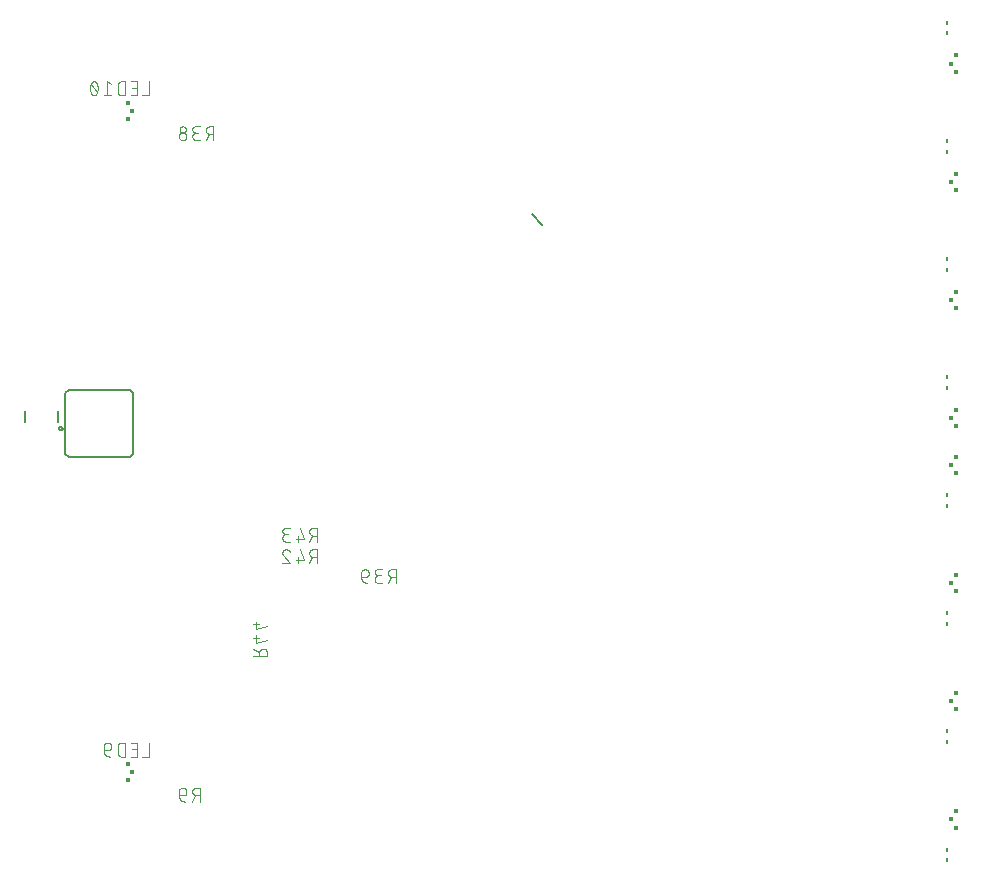
<source format=gbr>
G04 EAGLE Gerber RS-274X export*
G75*
%MOMM*%
%FSLAX34Y34*%
%LPD*%
%INSilkscreen Bottom*%
%IPPOS*%
%AMOC8*
5,1,8,0,0,1.08239X$1,22.5*%
G01*
%ADD10R,0.200000X0.300000*%
%ADD11R,0.425000X0.325000*%
%ADD12R,0.350000X0.350000*%
%ADD13C,0.203200*%
%ADD14C,0.101600*%


D10*
X858000Y75500D03*
X858000Y84500D03*
X858000Y175500D03*
X858000Y184500D03*
X858000Y275500D03*
X858000Y284500D03*
X858000Y375500D03*
X858000Y384500D03*
X858000Y475500D03*
X858000Y484500D03*
X858000Y575500D03*
X858000Y584500D03*
X858000Y675500D03*
X858000Y684500D03*
X858000Y775500D03*
X858000Y784500D03*
D11*
X865625Y103125D03*
X865625Y116875D03*
D12*
X861750Y110000D03*
D11*
X865625Y203125D03*
X865625Y216875D03*
D12*
X861750Y210000D03*
D11*
X865625Y303125D03*
X865625Y316875D03*
D12*
X861750Y310000D03*
D11*
X865625Y403125D03*
X865625Y416875D03*
D12*
X861750Y410000D03*
D11*
X865625Y543125D03*
X865625Y556875D03*
D12*
X861750Y550000D03*
D11*
X865625Y643125D03*
X865625Y656875D03*
D12*
X861750Y650000D03*
D11*
X865625Y743125D03*
X865625Y756875D03*
D12*
X861750Y750000D03*
D11*
X865625Y443125D03*
X865625Y456875D03*
D12*
X861750Y450000D03*
D13*
X515687Y613486D02*
X506707Y622466D01*
X77216Y455398D02*
X77216Y446810D01*
X105664Y446810D02*
X105664Y455398D01*
X106504Y441104D02*
X106506Y441179D01*
X106512Y441254D01*
X106522Y441329D01*
X106535Y441403D01*
X106553Y441476D01*
X106574Y441548D01*
X106599Y441619D01*
X106628Y441688D01*
X106661Y441756D01*
X106696Y441822D01*
X106736Y441886D01*
X106778Y441948D01*
X106824Y442008D01*
X106873Y442065D01*
X106925Y442119D01*
X106979Y442171D01*
X107036Y442220D01*
X107096Y442266D01*
X107158Y442308D01*
X107222Y442348D01*
X107288Y442383D01*
X107356Y442416D01*
X107425Y442445D01*
X107496Y442470D01*
X107568Y442491D01*
X107641Y442509D01*
X107715Y442522D01*
X107790Y442532D01*
X107865Y442538D01*
X107940Y442540D01*
X108015Y442538D01*
X108090Y442532D01*
X108165Y442522D01*
X108239Y442509D01*
X108312Y442491D01*
X108384Y442470D01*
X108455Y442445D01*
X108524Y442416D01*
X108592Y442383D01*
X108658Y442348D01*
X108722Y442308D01*
X108784Y442266D01*
X108844Y442220D01*
X108901Y442171D01*
X108955Y442119D01*
X109007Y442065D01*
X109056Y442008D01*
X109102Y441948D01*
X109144Y441886D01*
X109184Y441822D01*
X109219Y441756D01*
X109252Y441688D01*
X109281Y441619D01*
X109306Y441548D01*
X109327Y441476D01*
X109345Y441403D01*
X109358Y441329D01*
X109368Y441254D01*
X109374Y441179D01*
X109376Y441104D01*
X109374Y441029D01*
X109368Y440954D01*
X109358Y440879D01*
X109345Y440805D01*
X109327Y440732D01*
X109306Y440660D01*
X109281Y440589D01*
X109252Y440520D01*
X109219Y440452D01*
X109184Y440386D01*
X109144Y440322D01*
X109102Y440260D01*
X109056Y440200D01*
X109007Y440143D01*
X108955Y440089D01*
X108901Y440037D01*
X108844Y439988D01*
X108784Y439942D01*
X108722Y439900D01*
X108658Y439860D01*
X108592Y439825D01*
X108524Y439792D01*
X108455Y439763D01*
X108384Y439738D01*
X108312Y439717D01*
X108239Y439699D01*
X108165Y439686D01*
X108090Y439676D01*
X108015Y439670D01*
X107940Y439668D01*
X107865Y439670D01*
X107790Y439676D01*
X107715Y439686D01*
X107641Y439699D01*
X107568Y439717D01*
X107496Y439738D01*
X107425Y439763D01*
X107356Y439792D01*
X107288Y439825D01*
X107222Y439860D01*
X107158Y439900D01*
X107096Y439942D01*
X107036Y439988D01*
X106979Y440037D01*
X106925Y440089D01*
X106873Y440143D01*
X106824Y440200D01*
X106778Y440260D01*
X106736Y440322D01*
X106696Y440386D01*
X106661Y440452D01*
X106628Y440520D01*
X106599Y440589D01*
X106574Y440660D01*
X106553Y440732D01*
X106535Y440805D01*
X106522Y440879D01*
X106512Y440954D01*
X106506Y441029D01*
X106504Y441104D01*
X169180Y419240D02*
X169180Y471240D01*
X166480Y416540D02*
X114480Y416540D01*
X111780Y419240D02*
X111780Y471240D01*
X114480Y473940D02*
X166480Y473940D01*
X169180Y419240D02*
X166480Y416540D01*
X114480Y416540D02*
X111780Y419240D01*
X166480Y473940D02*
X169180Y471240D01*
X114480Y473940D02*
X111780Y471240D01*
D11*
X164375Y156875D03*
X164375Y143125D03*
D12*
X168250Y150000D03*
D14*
X182192Y163208D02*
X182192Y174892D01*
X182192Y163208D02*
X176999Y163208D01*
X172286Y163208D02*
X167093Y163208D01*
X172286Y163208D02*
X172286Y174892D01*
X167093Y174892D01*
X168391Y169699D02*
X172286Y169699D01*
X162403Y174892D02*
X162403Y163208D01*
X162403Y174892D02*
X159157Y174892D01*
X159044Y174890D01*
X158931Y174884D01*
X158818Y174874D01*
X158705Y174860D01*
X158593Y174843D01*
X158482Y174821D01*
X158372Y174796D01*
X158262Y174766D01*
X158154Y174733D01*
X158047Y174696D01*
X157941Y174656D01*
X157837Y174611D01*
X157734Y174563D01*
X157633Y174512D01*
X157534Y174457D01*
X157437Y174399D01*
X157342Y174337D01*
X157249Y174272D01*
X157159Y174204D01*
X157071Y174133D01*
X156985Y174058D01*
X156902Y173981D01*
X156822Y173901D01*
X156745Y173818D01*
X156670Y173732D01*
X156599Y173644D01*
X156531Y173554D01*
X156466Y173461D01*
X156404Y173366D01*
X156346Y173269D01*
X156291Y173170D01*
X156240Y173069D01*
X156192Y172966D01*
X156147Y172862D01*
X156107Y172756D01*
X156070Y172649D01*
X156037Y172541D01*
X156007Y172431D01*
X155982Y172321D01*
X155960Y172210D01*
X155943Y172098D01*
X155929Y171985D01*
X155919Y171872D01*
X155913Y171759D01*
X155911Y171646D01*
X155912Y171646D02*
X155912Y166454D01*
X155911Y166454D02*
X155913Y166341D01*
X155919Y166228D01*
X155929Y166115D01*
X155943Y166002D01*
X155960Y165890D01*
X155982Y165779D01*
X156007Y165669D01*
X156037Y165559D01*
X156070Y165451D01*
X156107Y165344D01*
X156147Y165238D01*
X156192Y165134D01*
X156240Y165031D01*
X156291Y164930D01*
X156346Y164831D01*
X156404Y164734D01*
X156466Y164639D01*
X156531Y164546D01*
X156599Y164456D01*
X156670Y164368D01*
X156745Y164282D01*
X156822Y164199D01*
X156902Y164119D01*
X156985Y164042D01*
X157071Y163967D01*
X157159Y163896D01*
X157249Y163828D01*
X157342Y163763D01*
X157437Y163701D01*
X157534Y163643D01*
X157633Y163588D01*
X157734Y163537D01*
X157837Y163489D01*
X157941Y163444D01*
X158047Y163404D01*
X158154Y163367D01*
X158262Y163334D01*
X158372Y163304D01*
X158482Y163279D01*
X158593Y163257D01*
X158705Y163240D01*
X158818Y163226D01*
X158931Y163216D01*
X159044Y163210D01*
X159157Y163208D01*
X162403Y163208D01*
X147995Y168401D02*
X144101Y168401D01*
X147995Y168401D02*
X148094Y168403D01*
X148194Y168409D01*
X148293Y168418D01*
X148391Y168431D01*
X148489Y168448D01*
X148587Y168469D01*
X148683Y168494D01*
X148778Y168522D01*
X148872Y168554D01*
X148965Y168589D01*
X149057Y168628D01*
X149147Y168671D01*
X149235Y168716D01*
X149322Y168766D01*
X149406Y168818D01*
X149489Y168874D01*
X149569Y168932D01*
X149647Y168994D01*
X149722Y169059D01*
X149795Y169127D01*
X149865Y169197D01*
X149933Y169270D01*
X149998Y169345D01*
X150060Y169423D01*
X150118Y169503D01*
X150174Y169586D01*
X150226Y169670D01*
X150276Y169757D01*
X150321Y169845D01*
X150364Y169935D01*
X150403Y170027D01*
X150438Y170120D01*
X150470Y170214D01*
X150498Y170309D01*
X150523Y170405D01*
X150544Y170503D01*
X150561Y170601D01*
X150574Y170699D01*
X150583Y170798D01*
X150589Y170898D01*
X150591Y170997D01*
X150592Y170997D02*
X150592Y171646D01*
X150590Y171759D01*
X150584Y171872D01*
X150574Y171985D01*
X150560Y172098D01*
X150543Y172210D01*
X150521Y172321D01*
X150496Y172431D01*
X150466Y172541D01*
X150433Y172649D01*
X150396Y172756D01*
X150356Y172862D01*
X150311Y172966D01*
X150263Y173069D01*
X150212Y173170D01*
X150157Y173269D01*
X150099Y173366D01*
X150037Y173461D01*
X149972Y173554D01*
X149904Y173644D01*
X149833Y173732D01*
X149758Y173818D01*
X149681Y173901D01*
X149601Y173981D01*
X149518Y174058D01*
X149432Y174133D01*
X149344Y174204D01*
X149254Y174272D01*
X149161Y174337D01*
X149066Y174399D01*
X148969Y174457D01*
X148870Y174512D01*
X148769Y174563D01*
X148666Y174611D01*
X148562Y174656D01*
X148456Y174696D01*
X148349Y174733D01*
X148241Y174766D01*
X148131Y174796D01*
X148021Y174821D01*
X147910Y174843D01*
X147798Y174860D01*
X147685Y174874D01*
X147572Y174884D01*
X147459Y174890D01*
X147346Y174892D01*
X147233Y174890D01*
X147120Y174884D01*
X147007Y174874D01*
X146894Y174860D01*
X146782Y174843D01*
X146671Y174821D01*
X146561Y174796D01*
X146451Y174766D01*
X146343Y174733D01*
X146236Y174696D01*
X146130Y174656D01*
X146026Y174611D01*
X145923Y174563D01*
X145822Y174512D01*
X145723Y174457D01*
X145626Y174399D01*
X145531Y174337D01*
X145438Y174272D01*
X145348Y174204D01*
X145260Y174133D01*
X145174Y174058D01*
X145091Y173981D01*
X145011Y173901D01*
X144934Y173818D01*
X144859Y173732D01*
X144788Y173644D01*
X144720Y173554D01*
X144655Y173461D01*
X144593Y173366D01*
X144535Y173269D01*
X144480Y173170D01*
X144429Y173069D01*
X144381Y172966D01*
X144336Y172862D01*
X144296Y172756D01*
X144259Y172649D01*
X144226Y172541D01*
X144196Y172431D01*
X144171Y172321D01*
X144149Y172210D01*
X144132Y172098D01*
X144118Y171985D01*
X144108Y171872D01*
X144102Y171759D01*
X144100Y171646D01*
X144101Y171646D02*
X144101Y168401D01*
X144100Y168401D02*
X144102Y168258D01*
X144108Y168115D01*
X144118Y167972D01*
X144132Y167830D01*
X144149Y167688D01*
X144171Y167546D01*
X144196Y167405D01*
X144226Y167265D01*
X144259Y167126D01*
X144296Y166988D01*
X144337Y166851D01*
X144381Y166715D01*
X144430Y166580D01*
X144482Y166447D01*
X144537Y166315D01*
X144597Y166185D01*
X144660Y166056D01*
X144726Y165929D01*
X144796Y165805D01*
X144869Y165682D01*
X144946Y165561D01*
X145026Y165442D01*
X145109Y165326D01*
X145195Y165211D01*
X145284Y165100D01*
X145377Y164990D01*
X145472Y164884D01*
X145571Y164780D01*
X145672Y164679D01*
X145776Y164580D01*
X145882Y164485D01*
X145992Y164392D01*
X146103Y164303D01*
X146218Y164217D01*
X146334Y164134D01*
X146453Y164054D01*
X146574Y163977D01*
X146696Y163904D01*
X146821Y163834D01*
X146948Y163768D01*
X147077Y163705D01*
X147207Y163645D01*
X147339Y163590D01*
X147472Y163538D01*
X147607Y163489D01*
X147743Y163445D01*
X147880Y163404D01*
X148018Y163367D01*
X148157Y163334D01*
X148297Y163304D01*
X148438Y163279D01*
X148580Y163257D01*
X148722Y163240D01*
X148864Y163226D01*
X149007Y163216D01*
X149150Y163210D01*
X149293Y163208D01*
X225655Y136792D02*
X225655Y125108D01*
X225655Y136792D02*
X222410Y136792D01*
X222297Y136790D01*
X222184Y136784D01*
X222071Y136774D01*
X221958Y136760D01*
X221846Y136743D01*
X221735Y136721D01*
X221625Y136696D01*
X221515Y136666D01*
X221407Y136633D01*
X221300Y136596D01*
X221194Y136556D01*
X221090Y136511D01*
X220987Y136463D01*
X220886Y136412D01*
X220787Y136357D01*
X220690Y136299D01*
X220595Y136237D01*
X220502Y136172D01*
X220412Y136104D01*
X220324Y136033D01*
X220238Y135958D01*
X220155Y135881D01*
X220075Y135801D01*
X219998Y135718D01*
X219923Y135632D01*
X219852Y135544D01*
X219784Y135454D01*
X219719Y135361D01*
X219657Y135266D01*
X219599Y135169D01*
X219544Y135070D01*
X219493Y134969D01*
X219445Y134866D01*
X219400Y134762D01*
X219360Y134656D01*
X219323Y134549D01*
X219290Y134441D01*
X219260Y134331D01*
X219235Y134221D01*
X219213Y134110D01*
X219196Y133998D01*
X219182Y133885D01*
X219172Y133772D01*
X219166Y133659D01*
X219164Y133546D01*
X219166Y133433D01*
X219172Y133320D01*
X219182Y133207D01*
X219196Y133094D01*
X219213Y132982D01*
X219235Y132871D01*
X219260Y132761D01*
X219290Y132651D01*
X219323Y132543D01*
X219360Y132436D01*
X219400Y132330D01*
X219445Y132226D01*
X219493Y132123D01*
X219544Y132022D01*
X219599Y131923D01*
X219657Y131826D01*
X219719Y131731D01*
X219784Y131638D01*
X219852Y131548D01*
X219923Y131460D01*
X219998Y131374D01*
X220075Y131291D01*
X220155Y131211D01*
X220238Y131134D01*
X220324Y131059D01*
X220412Y130988D01*
X220502Y130920D01*
X220595Y130855D01*
X220690Y130793D01*
X220787Y130735D01*
X220886Y130680D01*
X220987Y130629D01*
X221090Y130581D01*
X221194Y130536D01*
X221300Y130496D01*
X221407Y130459D01*
X221515Y130426D01*
X221625Y130396D01*
X221735Y130371D01*
X221846Y130349D01*
X221958Y130332D01*
X222071Y130318D01*
X222184Y130308D01*
X222297Y130302D01*
X222410Y130300D01*
X222410Y130301D02*
X225655Y130301D01*
X221761Y130301D02*
X219164Y125108D01*
X211703Y130301D02*
X207808Y130301D01*
X211703Y130301D02*
X211802Y130303D01*
X211902Y130309D01*
X212001Y130318D01*
X212099Y130331D01*
X212197Y130348D01*
X212295Y130369D01*
X212391Y130394D01*
X212486Y130422D01*
X212580Y130454D01*
X212673Y130489D01*
X212765Y130528D01*
X212855Y130571D01*
X212943Y130616D01*
X213030Y130666D01*
X213114Y130718D01*
X213197Y130774D01*
X213277Y130832D01*
X213355Y130894D01*
X213430Y130959D01*
X213503Y131027D01*
X213573Y131097D01*
X213641Y131170D01*
X213706Y131245D01*
X213768Y131323D01*
X213826Y131403D01*
X213882Y131486D01*
X213934Y131570D01*
X213984Y131657D01*
X214029Y131745D01*
X214072Y131835D01*
X214111Y131927D01*
X214146Y132020D01*
X214178Y132114D01*
X214206Y132209D01*
X214231Y132305D01*
X214252Y132403D01*
X214269Y132501D01*
X214282Y132599D01*
X214291Y132698D01*
X214297Y132798D01*
X214299Y132897D01*
X214299Y133546D01*
X214300Y133546D02*
X214298Y133659D01*
X214292Y133772D01*
X214282Y133885D01*
X214268Y133998D01*
X214251Y134110D01*
X214229Y134221D01*
X214204Y134331D01*
X214174Y134441D01*
X214141Y134549D01*
X214104Y134656D01*
X214064Y134762D01*
X214019Y134866D01*
X213971Y134969D01*
X213920Y135070D01*
X213865Y135169D01*
X213807Y135266D01*
X213745Y135361D01*
X213680Y135454D01*
X213612Y135544D01*
X213541Y135632D01*
X213466Y135718D01*
X213389Y135801D01*
X213309Y135881D01*
X213226Y135958D01*
X213140Y136033D01*
X213052Y136104D01*
X212962Y136172D01*
X212869Y136237D01*
X212774Y136299D01*
X212677Y136357D01*
X212578Y136412D01*
X212477Y136463D01*
X212374Y136511D01*
X212270Y136556D01*
X212164Y136596D01*
X212057Y136633D01*
X211949Y136666D01*
X211839Y136696D01*
X211729Y136721D01*
X211618Y136743D01*
X211506Y136760D01*
X211393Y136774D01*
X211280Y136784D01*
X211167Y136790D01*
X211054Y136792D01*
X210941Y136790D01*
X210828Y136784D01*
X210715Y136774D01*
X210602Y136760D01*
X210490Y136743D01*
X210379Y136721D01*
X210269Y136696D01*
X210159Y136666D01*
X210051Y136633D01*
X209944Y136596D01*
X209838Y136556D01*
X209734Y136511D01*
X209631Y136463D01*
X209530Y136412D01*
X209431Y136357D01*
X209334Y136299D01*
X209239Y136237D01*
X209146Y136172D01*
X209056Y136104D01*
X208968Y136033D01*
X208882Y135958D01*
X208799Y135881D01*
X208719Y135801D01*
X208642Y135718D01*
X208567Y135632D01*
X208496Y135544D01*
X208428Y135454D01*
X208363Y135361D01*
X208301Y135266D01*
X208243Y135169D01*
X208188Y135070D01*
X208137Y134969D01*
X208089Y134866D01*
X208044Y134762D01*
X208004Y134656D01*
X207967Y134549D01*
X207934Y134441D01*
X207904Y134331D01*
X207879Y134221D01*
X207857Y134110D01*
X207840Y133998D01*
X207826Y133885D01*
X207816Y133772D01*
X207810Y133659D01*
X207808Y133546D01*
X207808Y130301D01*
X207810Y130158D01*
X207816Y130015D01*
X207826Y129872D01*
X207840Y129730D01*
X207857Y129588D01*
X207879Y129446D01*
X207904Y129305D01*
X207934Y129165D01*
X207967Y129026D01*
X208004Y128888D01*
X208045Y128751D01*
X208089Y128615D01*
X208138Y128480D01*
X208190Y128347D01*
X208245Y128215D01*
X208305Y128085D01*
X208368Y127956D01*
X208434Y127829D01*
X208504Y127705D01*
X208577Y127582D01*
X208654Y127461D01*
X208734Y127342D01*
X208817Y127226D01*
X208903Y127111D01*
X208992Y127000D01*
X209085Y126890D01*
X209180Y126784D01*
X209279Y126680D01*
X209380Y126579D01*
X209484Y126480D01*
X209590Y126385D01*
X209700Y126292D01*
X209811Y126203D01*
X209926Y126117D01*
X210042Y126034D01*
X210161Y125954D01*
X210282Y125877D01*
X210404Y125804D01*
X210529Y125734D01*
X210656Y125668D01*
X210785Y125605D01*
X210915Y125545D01*
X211047Y125490D01*
X211180Y125438D01*
X211315Y125389D01*
X211451Y125345D01*
X211588Y125304D01*
X211726Y125267D01*
X211865Y125234D01*
X212005Y125204D01*
X212146Y125179D01*
X212288Y125157D01*
X212430Y125140D01*
X212572Y125126D01*
X212715Y125116D01*
X212858Y125110D01*
X213001Y125108D01*
D11*
X164375Y716875D03*
X164375Y703125D03*
D12*
X168250Y710000D03*
D14*
X182192Y723208D02*
X182192Y734892D01*
X182192Y723208D02*
X176999Y723208D01*
X172286Y723208D02*
X167093Y723208D01*
X172286Y723208D02*
X172286Y734892D01*
X167093Y734892D01*
X168391Y729699D02*
X172286Y729699D01*
X162403Y734892D02*
X162403Y723208D01*
X162403Y734892D02*
X159157Y734892D01*
X159044Y734890D01*
X158931Y734884D01*
X158818Y734874D01*
X158705Y734860D01*
X158593Y734843D01*
X158482Y734821D01*
X158372Y734796D01*
X158262Y734766D01*
X158154Y734733D01*
X158047Y734696D01*
X157941Y734656D01*
X157837Y734611D01*
X157734Y734563D01*
X157633Y734512D01*
X157534Y734457D01*
X157437Y734399D01*
X157342Y734337D01*
X157249Y734272D01*
X157159Y734204D01*
X157071Y734133D01*
X156985Y734058D01*
X156902Y733981D01*
X156822Y733901D01*
X156745Y733818D01*
X156670Y733732D01*
X156599Y733644D01*
X156531Y733554D01*
X156466Y733461D01*
X156404Y733366D01*
X156346Y733269D01*
X156291Y733170D01*
X156240Y733069D01*
X156192Y732966D01*
X156147Y732862D01*
X156107Y732756D01*
X156070Y732649D01*
X156037Y732541D01*
X156007Y732431D01*
X155982Y732321D01*
X155960Y732210D01*
X155943Y732098D01*
X155929Y731985D01*
X155919Y731872D01*
X155913Y731759D01*
X155911Y731646D01*
X155912Y731646D02*
X155912Y726454D01*
X155911Y726454D02*
X155913Y726341D01*
X155919Y726228D01*
X155929Y726115D01*
X155943Y726002D01*
X155960Y725890D01*
X155982Y725779D01*
X156007Y725669D01*
X156037Y725559D01*
X156070Y725451D01*
X156107Y725344D01*
X156147Y725238D01*
X156192Y725134D01*
X156240Y725031D01*
X156291Y724930D01*
X156346Y724831D01*
X156404Y724734D01*
X156466Y724639D01*
X156531Y724546D01*
X156599Y724456D01*
X156670Y724368D01*
X156745Y724282D01*
X156822Y724199D01*
X156902Y724119D01*
X156985Y724042D01*
X157071Y723967D01*
X157159Y723896D01*
X157249Y723828D01*
X157342Y723763D01*
X157437Y723701D01*
X157534Y723643D01*
X157633Y723588D01*
X157734Y723537D01*
X157837Y723489D01*
X157941Y723444D01*
X158047Y723404D01*
X158154Y723367D01*
X158262Y723334D01*
X158372Y723304D01*
X158482Y723279D01*
X158593Y723257D01*
X158705Y723240D01*
X158818Y723226D01*
X158931Y723216D01*
X159044Y723210D01*
X159157Y723208D01*
X162403Y723208D01*
X150592Y732296D02*
X147346Y734892D01*
X147346Y723208D01*
X144101Y723208D02*
X150592Y723208D01*
X139162Y729050D02*
X139159Y729280D01*
X139151Y729510D01*
X139137Y729739D01*
X139118Y729968D01*
X139093Y730197D01*
X139063Y730425D01*
X139028Y730652D01*
X138987Y730878D01*
X138941Y731103D01*
X138889Y731327D01*
X138832Y731550D01*
X138770Y731771D01*
X138702Y731991D01*
X138629Y732209D01*
X138551Y732425D01*
X138468Y732639D01*
X138380Y732852D01*
X138287Y733062D01*
X138188Y733269D01*
X138155Y733359D01*
X138119Y733448D01*
X138079Y733536D01*
X138035Y733621D01*
X137988Y733705D01*
X137938Y733787D01*
X137884Y733867D01*
X137828Y733944D01*
X137768Y734020D01*
X137705Y734093D01*
X137640Y734163D01*
X137571Y734231D01*
X137500Y734295D01*
X137427Y734357D01*
X137351Y734416D01*
X137273Y734472D01*
X137192Y734525D01*
X137110Y734574D01*
X137026Y734620D01*
X136939Y734663D01*
X136852Y734702D01*
X136762Y734738D01*
X136672Y734770D01*
X136580Y734798D01*
X136487Y734823D01*
X136393Y734844D01*
X136299Y734861D01*
X136204Y734875D01*
X136108Y734884D01*
X136012Y734890D01*
X135916Y734892D01*
X135820Y734890D01*
X135724Y734884D01*
X135628Y734875D01*
X135533Y734861D01*
X135439Y734844D01*
X135345Y734823D01*
X135252Y734798D01*
X135160Y734770D01*
X135070Y734738D01*
X134980Y734702D01*
X134893Y734663D01*
X134806Y734620D01*
X134722Y734574D01*
X134640Y734525D01*
X134559Y734472D01*
X134481Y734416D01*
X134405Y734357D01*
X134332Y734295D01*
X134261Y734231D01*
X134192Y734163D01*
X134127Y734093D01*
X134064Y734020D01*
X134004Y733945D01*
X133948Y733867D01*
X133894Y733787D01*
X133844Y733705D01*
X133797Y733621D01*
X133754Y733536D01*
X133713Y733448D01*
X133677Y733359D01*
X133644Y733269D01*
X133645Y733269D02*
X133546Y733061D01*
X133453Y732851D01*
X133365Y732639D01*
X133282Y732425D01*
X133204Y732208D01*
X133131Y731990D01*
X133063Y731771D01*
X133001Y731549D01*
X132944Y731327D01*
X132892Y731103D01*
X132846Y730878D01*
X132805Y730652D01*
X132770Y730424D01*
X132740Y730197D01*
X132715Y729968D01*
X132696Y729739D01*
X132682Y729510D01*
X132674Y729280D01*
X132671Y729050D01*
X139162Y729050D02*
X139159Y728820D01*
X139151Y728590D01*
X139137Y728361D01*
X139118Y728132D01*
X139093Y727903D01*
X139063Y727675D01*
X139028Y727448D01*
X138987Y727222D01*
X138941Y726997D01*
X138889Y726773D01*
X138832Y726550D01*
X138770Y726329D01*
X138702Y726109D01*
X138629Y725891D01*
X138551Y725675D01*
X138468Y725461D01*
X138380Y725249D01*
X138287Y725038D01*
X138188Y724831D01*
X138155Y724741D01*
X138119Y724652D01*
X138078Y724564D01*
X138035Y724479D01*
X137988Y724395D01*
X137938Y724313D01*
X137884Y724233D01*
X137828Y724156D01*
X137768Y724080D01*
X137705Y724007D01*
X137640Y723937D01*
X137571Y723869D01*
X137500Y723805D01*
X137427Y723743D01*
X137351Y723684D01*
X137273Y723628D01*
X137192Y723575D01*
X137110Y723526D01*
X137026Y723480D01*
X136939Y723437D01*
X136852Y723398D01*
X136762Y723362D01*
X136672Y723330D01*
X136580Y723302D01*
X136487Y723277D01*
X136393Y723256D01*
X136299Y723239D01*
X136204Y723225D01*
X136108Y723216D01*
X136012Y723210D01*
X135916Y723208D01*
X133644Y724831D02*
X133545Y725038D01*
X133452Y725249D01*
X133364Y725461D01*
X133281Y725675D01*
X133203Y725891D01*
X133130Y726109D01*
X133062Y726329D01*
X133000Y726550D01*
X132943Y726773D01*
X132891Y726997D01*
X132845Y727222D01*
X132804Y727448D01*
X132769Y727675D01*
X132739Y727903D01*
X132714Y728132D01*
X132695Y728361D01*
X132681Y728590D01*
X132673Y728820D01*
X132670Y729050D01*
X133644Y724831D02*
X133677Y724741D01*
X133713Y724652D01*
X133754Y724564D01*
X133797Y724479D01*
X133844Y724395D01*
X133894Y724313D01*
X133948Y724233D01*
X134004Y724155D01*
X134064Y724080D01*
X134127Y724007D01*
X134192Y723937D01*
X134261Y723869D01*
X134332Y723805D01*
X134405Y723743D01*
X134481Y723684D01*
X134559Y723628D01*
X134640Y723575D01*
X134722Y723526D01*
X134806Y723480D01*
X134893Y723437D01*
X134980Y723398D01*
X135070Y723362D01*
X135160Y723330D01*
X135252Y723302D01*
X135345Y723277D01*
X135439Y723256D01*
X135533Y723239D01*
X135628Y723225D01*
X135724Y723216D01*
X135820Y723210D01*
X135916Y723208D01*
X138513Y725804D02*
X133320Y732296D01*
X237085Y696792D02*
X237085Y685108D01*
X237085Y696792D02*
X233840Y696792D01*
X233727Y696790D01*
X233614Y696784D01*
X233501Y696774D01*
X233388Y696760D01*
X233276Y696743D01*
X233165Y696721D01*
X233055Y696696D01*
X232945Y696666D01*
X232837Y696633D01*
X232730Y696596D01*
X232624Y696556D01*
X232520Y696511D01*
X232417Y696463D01*
X232316Y696412D01*
X232217Y696357D01*
X232120Y696299D01*
X232025Y696237D01*
X231932Y696172D01*
X231842Y696104D01*
X231754Y696033D01*
X231668Y695958D01*
X231585Y695881D01*
X231505Y695801D01*
X231428Y695718D01*
X231353Y695632D01*
X231282Y695544D01*
X231214Y695454D01*
X231149Y695361D01*
X231087Y695266D01*
X231029Y695169D01*
X230974Y695070D01*
X230923Y694969D01*
X230875Y694866D01*
X230830Y694762D01*
X230790Y694656D01*
X230753Y694549D01*
X230720Y694441D01*
X230690Y694331D01*
X230665Y694221D01*
X230643Y694110D01*
X230626Y693998D01*
X230612Y693885D01*
X230602Y693772D01*
X230596Y693659D01*
X230594Y693546D01*
X230596Y693433D01*
X230602Y693320D01*
X230612Y693207D01*
X230626Y693094D01*
X230643Y692982D01*
X230665Y692871D01*
X230690Y692761D01*
X230720Y692651D01*
X230753Y692543D01*
X230790Y692436D01*
X230830Y692330D01*
X230875Y692226D01*
X230923Y692123D01*
X230974Y692022D01*
X231029Y691923D01*
X231087Y691826D01*
X231149Y691731D01*
X231214Y691638D01*
X231282Y691548D01*
X231353Y691460D01*
X231428Y691374D01*
X231505Y691291D01*
X231585Y691211D01*
X231668Y691134D01*
X231754Y691059D01*
X231842Y690988D01*
X231932Y690920D01*
X232025Y690855D01*
X232120Y690793D01*
X232217Y690735D01*
X232316Y690680D01*
X232417Y690629D01*
X232520Y690581D01*
X232624Y690536D01*
X232730Y690496D01*
X232837Y690459D01*
X232945Y690426D01*
X233055Y690396D01*
X233165Y690371D01*
X233276Y690349D01*
X233388Y690332D01*
X233501Y690318D01*
X233614Y690308D01*
X233727Y690302D01*
X233840Y690300D01*
X233840Y690301D02*
X237085Y690301D01*
X233191Y690301D02*
X230594Y685108D01*
X225729Y685108D02*
X222484Y685108D01*
X222371Y685110D01*
X222258Y685116D01*
X222145Y685126D01*
X222032Y685140D01*
X221920Y685157D01*
X221809Y685179D01*
X221699Y685204D01*
X221589Y685234D01*
X221481Y685267D01*
X221374Y685304D01*
X221268Y685344D01*
X221164Y685389D01*
X221061Y685437D01*
X220960Y685488D01*
X220861Y685543D01*
X220764Y685601D01*
X220669Y685663D01*
X220576Y685728D01*
X220486Y685796D01*
X220398Y685867D01*
X220312Y685942D01*
X220229Y686019D01*
X220149Y686099D01*
X220072Y686182D01*
X219997Y686268D01*
X219926Y686356D01*
X219858Y686446D01*
X219793Y686539D01*
X219731Y686634D01*
X219673Y686731D01*
X219618Y686830D01*
X219567Y686931D01*
X219519Y687034D01*
X219474Y687138D01*
X219434Y687244D01*
X219397Y687351D01*
X219364Y687459D01*
X219334Y687569D01*
X219309Y687679D01*
X219287Y687790D01*
X219270Y687902D01*
X219256Y688015D01*
X219246Y688128D01*
X219240Y688241D01*
X219238Y688354D01*
X219240Y688467D01*
X219246Y688580D01*
X219256Y688693D01*
X219270Y688806D01*
X219287Y688918D01*
X219309Y689029D01*
X219334Y689139D01*
X219364Y689249D01*
X219397Y689357D01*
X219434Y689464D01*
X219474Y689570D01*
X219519Y689674D01*
X219567Y689777D01*
X219618Y689878D01*
X219673Y689977D01*
X219731Y690074D01*
X219793Y690169D01*
X219858Y690262D01*
X219926Y690352D01*
X219997Y690440D01*
X220072Y690526D01*
X220149Y690609D01*
X220229Y690689D01*
X220312Y690766D01*
X220398Y690841D01*
X220486Y690912D01*
X220576Y690980D01*
X220669Y691045D01*
X220764Y691107D01*
X220861Y691165D01*
X220960Y691220D01*
X221061Y691271D01*
X221164Y691319D01*
X221268Y691364D01*
X221374Y691404D01*
X221481Y691441D01*
X221589Y691474D01*
X221699Y691504D01*
X221809Y691529D01*
X221920Y691551D01*
X222032Y691568D01*
X222145Y691582D01*
X222258Y691592D01*
X222371Y691598D01*
X222484Y691600D01*
X221834Y696792D02*
X225729Y696792D01*
X221834Y696792D02*
X221733Y696790D01*
X221633Y696784D01*
X221533Y696774D01*
X221433Y696761D01*
X221334Y696743D01*
X221235Y696722D01*
X221138Y696697D01*
X221041Y696668D01*
X220946Y696635D01*
X220852Y696599D01*
X220760Y696559D01*
X220669Y696516D01*
X220580Y696469D01*
X220493Y696419D01*
X220407Y696365D01*
X220324Y696308D01*
X220244Y696248D01*
X220165Y696185D01*
X220089Y696118D01*
X220016Y696049D01*
X219946Y695977D01*
X219878Y695903D01*
X219813Y695826D01*
X219752Y695746D01*
X219693Y695664D01*
X219638Y695580D01*
X219586Y695494D01*
X219537Y695406D01*
X219492Y695316D01*
X219450Y695224D01*
X219412Y695131D01*
X219378Y695036D01*
X219347Y694941D01*
X219320Y694844D01*
X219297Y694746D01*
X219277Y694647D01*
X219262Y694547D01*
X219250Y694447D01*
X219242Y694347D01*
X219238Y694246D01*
X219238Y694146D01*
X219242Y694045D01*
X219250Y693945D01*
X219262Y693845D01*
X219277Y693745D01*
X219297Y693646D01*
X219320Y693548D01*
X219347Y693451D01*
X219378Y693356D01*
X219412Y693261D01*
X219450Y693168D01*
X219492Y693076D01*
X219537Y692986D01*
X219586Y692898D01*
X219638Y692812D01*
X219693Y692728D01*
X219752Y692646D01*
X219813Y692566D01*
X219878Y692489D01*
X219946Y692415D01*
X220016Y692343D01*
X220089Y692274D01*
X220165Y692207D01*
X220244Y692144D01*
X220324Y692084D01*
X220407Y692027D01*
X220493Y691973D01*
X220580Y691923D01*
X220669Y691876D01*
X220760Y691833D01*
X220852Y691793D01*
X220946Y691757D01*
X221041Y691724D01*
X221138Y691695D01*
X221235Y691670D01*
X221334Y691649D01*
X221433Y691631D01*
X221533Y691618D01*
X221633Y691608D01*
X221733Y691602D01*
X221834Y691600D01*
X221834Y691599D02*
X224431Y691599D01*
X214300Y688354D02*
X214298Y688467D01*
X214292Y688580D01*
X214282Y688693D01*
X214268Y688806D01*
X214251Y688918D01*
X214229Y689029D01*
X214204Y689139D01*
X214174Y689249D01*
X214141Y689357D01*
X214104Y689464D01*
X214064Y689570D01*
X214019Y689674D01*
X213971Y689777D01*
X213920Y689878D01*
X213865Y689977D01*
X213807Y690074D01*
X213745Y690169D01*
X213680Y690262D01*
X213612Y690352D01*
X213541Y690440D01*
X213466Y690526D01*
X213389Y690609D01*
X213309Y690689D01*
X213226Y690766D01*
X213140Y690841D01*
X213052Y690912D01*
X212962Y690980D01*
X212869Y691045D01*
X212774Y691107D01*
X212677Y691165D01*
X212578Y691220D01*
X212477Y691271D01*
X212374Y691319D01*
X212270Y691364D01*
X212164Y691404D01*
X212057Y691441D01*
X211949Y691474D01*
X211839Y691504D01*
X211729Y691529D01*
X211618Y691551D01*
X211506Y691568D01*
X211393Y691582D01*
X211280Y691592D01*
X211167Y691598D01*
X211054Y691600D01*
X210941Y691598D01*
X210828Y691592D01*
X210715Y691582D01*
X210602Y691568D01*
X210490Y691551D01*
X210379Y691529D01*
X210269Y691504D01*
X210159Y691474D01*
X210051Y691441D01*
X209944Y691404D01*
X209838Y691364D01*
X209734Y691319D01*
X209631Y691271D01*
X209530Y691220D01*
X209431Y691165D01*
X209334Y691107D01*
X209239Y691045D01*
X209146Y690980D01*
X209056Y690912D01*
X208968Y690841D01*
X208882Y690766D01*
X208799Y690689D01*
X208719Y690609D01*
X208642Y690526D01*
X208567Y690440D01*
X208496Y690352D01*
X208428Y690262D01*
X208363Y690169D01*
X208301Y690074D01*
X208243Y689977D01*
X208188Y689878D01*
X208137Y689777D01*
X208089Y689674D01*
X208044Y689570D01*
X208004Y689464D01*
X207967Y689357D01*
X207934Y689249D01*
X207904Y689139D01*
X207879Y689029D01*
X207857Y688918D01*
X207840Y688806D01*
X207826Y688693D01*
X207816Y688580D01*
X207810Y688467D01*
X207808Y688354D01*
X207810Y688241D01*
X207816Y688128D01*
X207826Y688015D01*
X207840Y687902D01*
X207857Y687790D01*
X207879Y687679D01*
X207904Y687569D01*
X207934Y687459D01*
X207967Y687351D01*
X208004Y687244D01*
X208044Y687138D01*
X208089Y687034D01*
X208137Y686931D01*
X208188Y686830D01*
X208243Y686731D01*
X208301Y686634D01*
X208363Y686539D01*
X208428Y686446D01*
X208496Y686356D01*
X208567Y686268D01*
X208642Y686182D01*
X208719Y686099D01*
X208799Y686019D01*
X208882Y685942D01*
X208968Y685867D01*
X209056Y685796D01*
X209146Y685728D01*
X209239Y685663D01*
X209334Y685601D01*
X209431Y685543D01*
X209530Y685488D01*
X209631Y685437D01*
X209734Y685389D01*
X209838Y685344D01*
X209944Y685304D01*
X210051Y685267D01*
X210159Y685234D01*
X210269Y685204D01*
X210379Y685179D01*
X210490Y685157D01*
X210602Y685140D01*
X210715Y685126D01*
X210828Y685116D01*
X210941Y685110D01*
X211054Y685108D01*
X211167Y685110D01*
X211280Y685116D01*
X211393Y685126D01*
X211506Y685140D01*
X211618Y685157D01*
X211729Y685179D01*
X211839Y685204D01*
X211949Y685234D01*
X212057Y685267D01*
X212164Y685304D01*
X212270Y685344D01*
X212374Y685389D01*
X212477Y685437D01*
X212578Y685488D01*
X212677Y685543D01*
X212774Y685601D01*
X212869Y685663D01*
X212962Y685728D01*
X213052Y685796D01*
X213140Y685867D01*
X213226Y685942D01*
X213309Y686019D01*
X213389Y686099D01*
X213466Y686182D01*
X213541Y686268D01*
X213612Y686356D01*
X213680Y686446D01*
X213745Y686539D01*
X213807Y686634D01*
X213865Y686731D01*
X213920Y686830D01*
X213971Y686931D01*
X214019Y687034D01*
X214064Y687138D01*
X214104Y687244D01*
X214141Y687351D01*
X214174Y687459D01*
X214204Y687569D01*
X214229Y687679D01*
X214251Y687790D01*
X214268Y687902D01*
X214282Y688015D01*
X214292Y688128D01*
X214298Y688241D01*
X214300Y688354D01*
X213650Y694196D02*
X213648Y694297D01*
X213642Y694397D01*
X213632Y694497D01*
X213619Y694597D01*
X213601Y694696D01*
X213580Y694795D01*
X213555Y694892D01*
X213526Y694989D01*
X213493Y695084D01*
X213457Y695178D01*
X213417Y695270D01*
X213374Y695361D01*
X213327Y695450D01*
X213277Y695537D01*
X213223Y695623D01*
X213166Y695706D01*
X213106Y695786D01*
X213043Y695865D01*
X212976Y695941D01*
X212907Y696014D01*
X212835Y696084D01*
X212761Y696152D01*
X212684Y696217D01*
X212604Y696278D01*
X212522Y696337D01*
X212438Y696392D01*
X212352Y696444D01*
X212264Y696493D01*
X212174Y696538D01*
X212082Y696580D01*
X211989Y696618D01*
X211894Y696652D01*
X211799Y696683D01*
X211702Y696710D01*
X211604Y696733D01*
X211505Y696753D01*
X211405Y696768D01*
X211305Y696780D01*
X211205Y696788D01*
X211104Y696792D01*
X211004Y696792D01*
X210903Y696788D01*
X210803Y696780D01*
X210703Y696768D01*
X210603Y696753D01*
X210504Y696733D01*
X210406Y696710D01*
X210309Y696683D01*
X210214Y696652D01*
X210119Y696618D01*
X210026Y696580D01*
X209934Y696538D01*
X209844Y696493D01*
X209756Y696444D01*
X209670Y696392D01*
X209586Y696337D01*
X209504Y696278D01*
X209424Y696217D01*
X209347Y696152D01*
X209273Y696084D01*
X209201Y696014D01*
X209132Y695941D01*
X209065Y695865D01*
X209002Y695786D01*
X208942Y695706D01*
X208885Y695623D01*
X208831Y695537D01*
X208781Y695450D01*
X208734Y695361D01*
X208691Y695270D01*
X208651Y695178D01*
X208615Y695084D01*
X208582Y694989D01*
X208553Y694892D01*
X208528Y694795D01*
X208507Y694696D01*
X208489Y694597D01*
X208476Y694497D01*
X208466Y694397D01*
X208460Y694297D01*
X208458Y694196D01*
X208460Y694095D01*
X208466Y693995D01*
X208476Y693895D01*
X208489Y693795D01*
X208507Y693696D01*
X208528Y693597D01*
X208553Y693500D01*
X208582Y693403D01*
X208615Y693308D01*
X208651Y693214D01*
X208691Y693122D01*
X208734Y693031D01*
X208781Y692942D01*
X208831Y692855D01*
X208885Y692769D01*
X208942Y692686D01*
X209002Y692606D01*
X209065Y692527D01*
X209132Y692451D01*
X209201Y692378D01*
X209273Y692308D01*
X209347Y692240D01*
X209424Y692175D01*
X209504Y692114D01*
X209586Y692055D01*
X209670Y692000D01*
X209756Y691948D01*
X209844Y691899D01*
X209934Y691854D01*
X210026Y691812D01*
X210119Y691774D01*
X210214Y691740D01*
X210309Y691709D01*
X210406Y691682D01*
X210504Y691659D01*
X210603Y691639D01*
X210703Y691624D01*
X210803Y691612D01*
X210903Y691604D01*
X211004Y691600D01*
X211104Y691600D01*
X211205Y691604D01*
X211305Y691612D01*
X211405Y691624D01*
X211505Y691639D01*
X211604Y691659D01*
X211702Y691682D01*
X211799Y691709D01*
X211894Y691740D01*
X211989Y691774D01*
X212082Y691812D01*
X212174Y691854D01*
X212264Y691899D01*
X212352Y691948D01*
X212438Y692000D01*
X212522Y692055D01*
X212604Y692114D01*
X212684Y692175D01*
X212761Y692240D01*
X212835Y692308D01*
X212907Y692378D01*
X212976Y692451D01*
X213043Y692527D01*
X213106Y692606D01*
X213166Y692686D01*
X213223Y692769D01*
X213277Y692855D01*
X213327Y692942D01*
X213374Y693031D01*
X213417Y693122D01*
X213457Y693214D01*
X213493Y693308D01*
X213526Y693403D01*
X213555Y693500D01*
X213580Y693597D01*
X213601Y693696D01*
X213619Y693795D01*
X213632Y693895D01*
X213642Y693995D01*
X213648Y694095D01*
X213650Y694196D01*
X391440Y321844D02*
X391440Y310160D01*
X391440Y321844D02*
X388194Y321844D01*
X388081Y321842D01*
X387968Y321836D01*
X387855Y321826D01*
X387742Y321812D01*
X387630Y321795D01*
X387519Y321773D01*
X387409Y321748D01*
X387299Y321718D01*
X387191Y321685D01*
X387084Y321648D01*
X386978Y321608D01*
X386874Y321563D01*
X386771Y321515D01*
X386670Y321464D01*
X386571Y321409D01*
X386474Y321351D01*
X386379Y321289D01*
X386286Y321224D01*
X386196Y321156D01*
X386108Y321085D01*
X386022Y321010D01*
X385939Y320933D01*
X385859Y320853D01*
X385782Y320770D01*
X385707Y320684D01*
X385636Y320596D01*
X385568Y320506D01*
X385503Y320413D01*
X385441Y320318D01*
X385383Y320221D01*
X385328Y320122D01*
X385277Y320021D01*
X385229Y319918D01*
X385184Y319814D01*
X385144Y319708D01*
X385107Y319601D01*
X385074Y319493D01*
X385044Y319383D01*
X385019Y319273D01*
X384997Y319162D01*
X384980Y319050D01*
X384966Y318937D01*
X384956Y318824D01*
X384950Y318711D01*
X384948Y318598D01*
X384950Y318485D01*
X384956Y318372D01*
X384966Y318259D01*
X384980Y318146D01*
X384997Y318034D01*
X385019Y317923D01*
X385044Y317813D01*
X385074Y317703D01*
X385107Y317595D01*
X385144Y317488D01*
X385184Y317382D01*
X385229Y317278D01*
X385277Y317175D01*
X385328Y317074D01*
X385383Y316975D01*
X385441Y316878D01*
X385503Y316783D01*
X385568Y316690D01*
X385636Y316600D01*
X385707Y316512D01*
X385782Y316426D01*
X385859Y316343D01*
X385939Y316263D01*
X386022Y316186D01*
X386108Y316111D01*
X386196Y316040D01*
X386286Y315972D01*
X386379Y315907D01*
X386474Y315845D01*
X386571Y315787D01*
X386670Y315732D01*
X386771Y315681D01*
X386874Y315633D01*
X386978Y315588D01*
X387084Y315548D01*
X387191Y315511D01*
X387299Y315478D01*
X387409Y315448D01*
X387519Y315423D01*
X387630Y315401D01*
X387742Y315384D01*
X387855Y315370D01*
X387968Y315360D01*
X388081Y315354D01*
X388194Y315352D01*
X388194Y315353D02*
X391440Y315353D01*
X387545Y315353D02*
X384949Y310160D01*
X380084Y310160D02*
X376838Y310160D01*
X376725Y310162D01*
X376612Y310168D01*
X376499Y310178D01*
X376386Y310192D01*
X376274Y310209D01*
X376163Y310231D01*
X376053Y310256D01*
X375943Y310286D01*
X375835Y310319D01*
X375728Y310356D01*
X375622Y310396D01*
X375518Y310441D01*
X375415Y310489D01*
X375314Y310540D01*
X375215Y310595D01*
X375118Y310653D01*
X375023Y310715D01*
X374930Y310780D01*
X374840Y310848D01*
X374752Y310919D01*
X374666Y310994D01*
X374583Y311071D01*
X374503Y311151D01*
X374426Y311234D01*
X374351Y311320D01*
X374280Y311408D01*
X374212Y311498D01*
X374147Y311591D01*
X374085Y311686D01*
X374027Y311783D01*
X373972Y311882D01*
X373921Y311983D01*
X373873Y312086D01*
X373828Y312190D01*
X373788Y312296D01*
X373751Y312403D01*
X373718Y312511D01*
X373688Y312621D01*
X373663Y312731D01*
X373641Y312842D01*
X373624Y312954D01*
X373610Y313067D01*
X373600Y313180D01*
X373594Y313293D01*
X373592Y313406D01*
X373594Y313519D01*
X373600Y313632D01*
X373610Y313745D01*
X373624Y313858D01*
X373641Y313970D01*
X373663Y314081D01*
X373688Y314191D01*
X373718Y314301D01*
X373751Y314409D01*
X373788Y314516D01*
X373828Y314622D01*
X373873Y314726D01*
X373921Y314829D01*
X373972Y314930D01*
X374027Y315029D01*
X374085Y315126D01*
X374147Y315221D01*
X374212Y315314D01*
X374280Y315404D01*
X374351Y315492D01*
X374426Y315578D01*
X374503Y315661D01*
X374583Y315741D01*
X374666Y315818D01*
X374752Y315893D01*
X374840Y315964D01*
X374930Y316032D01*
X375023Y316097D01*
X375118Y316159D01*
X375215Y316217D01*
X375314Y316272D01*
X375415Y316323D01*
X375518Y316371D01*
X375622Y316416D01*
X375728Y316456D01*
X375835Y316493D01*
X375943Y316526D01*
X376053Y316556D01*
X376163Y316581D01*
X376274Y316603D01*
X376386Y316620D01*
X376499Y316634D01*
X376612Y316644D01*
X376725Y316650D01*
X376838Y316652D01*
X376189Y321844D02*
X380084Y321844D01*
X376189Y321844D02*
X376088Y321842D01*
X375988Y321836D01*
X375888Y321826D01*
X375788Y321813D01*
X375689Y321795D01*
X375590Y321774D01*
X375493Y321749D01*
X375396Y321720D01*
X375301Y321687D01*
X375207Y321651D01*
X375115Y321611D01*
X375024Y321568D01*
X374935Y321521D01*
X374848Y321471D01*
X374762Y321417D01*
X374679Y321360D01*
X374599Y321300D01*
X374520Y321237D01*
X374444Y321170D01*
X374371Y321101D01*
X374301Y321029D01*
X374233Y320955D01*
X374168Y320878D01*
X374107Y320798D01*
X374048Y320716D01*
X373993Y320632D01*
X373941Y320546D01*
X373892Y320458D01*
X373847Y320368D01*
X373805Y320276D01*
X373767Y320183D01*
X373733Y320088D01*
X373702Y319993D01*
X373675Y319896D01*
X373652Y319798D01*
X373632Y319699D01*
X373617Y319599D01*
X373605Y319499D01*
X373597Y319399D01*
X373593Y319298D01*
X373593Y319198D01*
X373597Y319097D01*
X373605Y318997D01*
X373617Y318897D01*
X373632Y318797D01*
X373652Y318698D01*
X373675Y318600D01*
X373702Y318503D01*
X373733Y318408D01*
X373767Y318313D01*
X373805Y318220D01*
X373847Y318128D01*
X373892Y318038D01*
X373941Y317950D01*
X373993Y317864D01*
X374048Y317780D01*
X374107Y317698D01*
X374168Y317618D01*
X374233Y317541D01*
X374301Y317467D01*
X374371Y317395D01*
X374444Y317326D01*
X374520Y317259D01*
X374599Y317196D01*
X374679Y317136D01*
X374762Y317079D01*
X374848Y317025D01*
X374935Y316975D01*
X375024Y316928D01*
X375115Y316885D01*
X375207Y316845D01*
X375301Y316809D01*
X375396Y316776D01*
X375493Y316747D01*
X375590Y316722D01*
X375689Y316701D01*
X375788Y316683D01*
X375888Y316670D01*
X375988Y316660D01*
X376088Y316654D01*
X376189Y316652D01*
X376189Y316651D02*
X378785Y316651D01*
X366057Y315353D02*
X362163Y315353D01*
X366057Y315353D02*
X366156Y315355D01*
X366256Y315361D01*
X366355Y315370D01*
X366453Y315383D01*
X366551Y315400D01*
X366649Y315421D01*
X366745Y315446D01*
X366840Y315474D01*
X366934Y315506D01*
X367027Y315541D01*
X367119Y315580D01*
X367209Y315623D01*
X367297Y315668D01*
X367384Y315718D01*
X367468Y315770D01*
X367551Y315826D01*
X367631Y315884D01*
X367709Y315946D01*
X367784Y316011D01*
X367857Y316079D01*
X367927Y316149D01*
X367995Y316222D01*
X368060Y316297D01*
X368122Y316375D01*
X368180Y316455D01*
X368236Y316538D01*
X368288Y316622D01*
X368338Y316709D01*
X368383Y316797D01*
X368426Y316887D01*
X368465Y316979D01*
X368500Y317072D01*
X368532Y317166D01*
X368560Y317261D01*
X368585Y317357D01*
X368606Y317455D01*
X368623Y317553D01*
X368636Y317651D01*
X368645Y317750D01*
X368651Y317850D01*
X368653Y317949D01*
X368654Y317949D02*
X368654Y318598D01*
X368652Y318711D01*
X368646Y318824D01*
X368636Y318937D01*
X368622Y319050D01*
X368605Y319162D01*
X368583Y319273D01*
X368558Y319383D01*
X368528Y319493D01*
X368495Y319601D01*
X368458Y319708D01*
X368418Y319814D01*
X368373Y319918D01*
X368325Y320021D01*
X368274Y320122D01*
X368219Y320221D01*
X368161Y320318D01*
X368099Y320413D01*
X368034Y320506D01*
X367966Y320596D01*
X367895Y320684D01*
X367820Y320770D01*
X367743Y320853D01*
X367663Y320933D01*
X367580Y321010D01*
X367494Y321085D01*
X367406Y321156D01*
X367316Y321224D01*
X367223Y321289D01*
X367128Y321351D01*
X367031Y321409D01*
X366932Y321464D01*
X366831Y321515D01*
X366728Y321563D01*
X366624Y321608D01*
X366518Y321648D01*
X366411Y321685D01*
X366303Y321718D01*
X366193Y321748D01*
X366083Y321773D01*
X365972Y321795D01*
X365860Y321812D01*
X365747Y321826D01*
X365634Y321836D01*
X365521Y321842D01*
X365408Y321844D01*
X365295Y321842D01*
X365182Y321836D01*
X365069Y321826D01*
X364956Y321812D01*
X364844Y321795D01*
X364733Y321773D01*
X364623Y321748D01*
X364513Y321718D01*
X364405Y321685D01*
X364298Y321648D01*
X364192Y321608D01*
X364088Y321563D01*
X363985Y321515D01*
X363884Y321464D01*
X363785Y321409D01*
X363688Y321351D01*
X363593Y321289D01*
X363500Y321224D01*
X363410Y321156D01*
X363322Y321085D01*
X363236Y321010D01*
X363153Y320933D01*
X363073Y320853D01*
X362996Y320770D01*
X362921Y320684D01*
X362850Y320596D01*
X362782Y320506D01*
X362717Y320413D01*
X362655Y320318D01*
X362597Y320221D01*
X362542Y320122D01*
X362491Y320021D01*
X362443Y319918D01*
X362398Y319814D01*
X362358Y319708D01*
X362321Y319601D01*
X362288Y319493D01*
X362258Y319383D01*
X362233Y319273D01*
X362211Y319162D01*
X362194Y319050D01*
X362180Y318937D01*
X362170Y318824D01*
X362164Y318711D01*
X362162Y318598D01*
X362163Y318598D02*
X362163Y315353D01*
X362162Y315353D02*
X362164Y315210D01*
X362170Y315067D01*
X362180Y314924D01*
X362194Y314782D01*
X362211Y314640D01*
X362233Y314498D01*
X362258Y314357D01*
X362288Y314217D01*
X362321Y314078D01*
X362358Y313940D01*
X362399Y313803D01*
X362443Y313667D01*
X362492Y313532D01*
X362544Y313399D01*
X362599Y313267D01*
X362659Y313137D01*
X362722Y313008D01*
X362788Y312881D01*
X362858Y312757D01*
X362931Y312634D01*
X363008Y312513D01*
X363088Y312394D01*
X363171Y312278D01*
X363257Y312163D01*
X363346Y312052D01*
X363439Y311942D01*
X363534Y311836D01*
X363633Y311732D01*
X363734Y311631D01*
X363838Y311532D01*
X363944Y311437D01*
X364054Y311344D01*
X364165Y311255D01*
X364280Y311169D01*
X364396Y311086D01*
X364515Y311006D01*
X364636Y310929D01*
X364758Y310856D01*
X364883Y310786D01*
X365010Y310720D01*
X365139Y310657D01*
X365269Y310597D01*
X365401Y310542D01*
X365534Y310490D01*
X365669Y310441D01*
X365805Y310397D01*
X365942Y310356D01*
X366080Y310319D01*
X366219Y310286D01*
X366359Y310256D01*
X366500Y310231D01*
X366642Y310209D01*
X366784Y310192D01*
X366926Y310178D01*
X367069Y310168D01*
X367212Y310162D01*
X367355Y310160D01*
X324725Y327064D02*
X324725Y338748D01*
X321480Y338748D01*
X321367Y338746D01*
X321254Y338740D01*
X321141Y338730D01*
X321028Y338716D01*
X320916Y338699D01*
X320805Y338677D01*
X320695Y338652D01*
X320585Y338622D01*
X320477Y338589D01*
X320370Y338552D01*
X320264Y338512D01*
X320160Y338467D01*
X320057Y338419D01*
X319956Y338368D01*
X319857Y338313D01*
X319760Y338255D01*
X319665Y338193D01*
X319572Y338128D01*
X319482Y338060D01*
X319394Y337989D01*
X319308Y337914D01*
X319225Y337837D01*
X319145Y337757D01*
X319068Y337674D01*
X318993Y337588D01*
X318922Y337500D01*
X318854Y337410D01*
X318789Y337317D01*
X318727Y337222D01*
X318669Y337125D01*
X318614Y337026D01*
X318563Y336925D01*
X318515Y336822D01*
X318470Y336718D01*
X318430Y336612D01*
X318393Y336505D01*
X318360Y336397D01*
X318330Y336287D01*
X318305Y336177D01*
X318283Y336066D01*
X318266Y335954D01*
X318252Y335841D01*
X318242Y335728D01*
X318236Y335615D01*
X318234Y335502D01*
X318236Y335389D01*
X318242Y335276D01*
X318252Y335163D01*
X318266Y335050D01*
X318283Y334938D01*
X318305Y334827D01*
X318330Y334717D01*
X318360Y334607D01*
X318393Y334499D01*
X318430Y334392D01*
X318470Y334286D01*
X318515Y334182D01*
X318563Y334079D01*
X318614Y333978D01*
X318669Y333879D01*
X318727Y333782D01*
X318789Y333687D01*
X318854Y333594D01*
X318922Y333504D01*
X318993Y333416D01*
X319068Y333330D01*
X319145Y333247D01*
X319225Y333167D01*
X319308Y333090D01*
X319394Y333015D01*
X319482Y332944D01*
X319572Y332876D01*
X319665Y332811D01*
X319760Y332749D01*
X319857Y332691D01*
X319956Y332636D01*
X320057Y332585D01*
X320160Y332537D01*
X320264Y332492D01*
X320370Y332452D01*
X320477Y332415D01*
X320585Y332382D01*
X320695Y332352D01*
X320805Y332327D01*
X320916Y332305D01*
X321028Y332288D01*
X321141Y332274D01*
X321254Y332264D01*
X321367Y332258D01*
X321480Y332256D01*
X321480Y332257D02*
X324725Y332257D01*
X320831Y332257D02*
X318234Y327064D01*
X313369Y329660D02*
X310773Y338748D01*
X313369Y329660D02*
X306878Y329660D01*
X308825Y332257D02*
X308825Y327064D01*
X298369Y338748D02*
X298262Y338746D01*
X298156Y338740D01*
X298050Y338730D01*
X297944Y338717D01*
X297838Y338699D01*
X297734Y338678D01*
X297630Y338653D01*
X297527Y338624D01*
X297426Y338592D01*
X297326Y338555D01*
X297227Y338515D01*
X297129Y338472D01*
X297033Y338425D01*
X296939Y338374D01*
X296847Y338320D01*
X296757Y338263D01*
X296669Y338203D01*
X296584Y338139D01*
X296501Y338072D01*
X296420Y338002D01*
X296342Y337930D01*
X296266Y337854D01*
X296194Y337776D01*
X296124Y337695D01*
X296057Y337612D01*
X295993Y337527D01*
X295933Y337439D01*
X295876Y337349D01*
X295822Y337257D01*
X295771Y337163D01*
X295724Y337067D01*
X295681Y336969D01*
X295641Y336870D01*
X295604Y336770D01*
X295572Y336669D01*
X295543Y336566D01*
X295518Y336462D01*
X295497Y336358D01*
X295479Y336252D01*
X295466Y336146D01*
X295456Y336040D01*
X295450Y335934D01*
X295448Y335827D01*
X298369Y338748D02*
X298490Y338746D01*
X298611Y338740D01*
X298731Y338730D01*
X298852Y338717D01*
X298971Y338699D01*
X299091Y338678D01*
X299209Y338653D01*
X299326Y338624D01*
X299443Y338591D01*
X299558Y338555D01*
X299672Y338514D01*
X299785Y338471D01*
X299897Y338423D01*
X300006Y338372D01*
X300114Y338317D01*
X300221Y338259D01*
X300325Y338198D01*
X300427Y338133D01*
X300527Y338065D01*
X300625Y337994D01*
X300721Y337920D01*
X300814Y337843D01*
X300904Y337762D01*
X300992Y337679D01*
X301077Y337593D01*
X301160Y337504D01*
X301239Y337413D01*
X301316Y337319D01*
X301389Y337223D01*
X301459Y337125D01*
X301526Y337024D01*
X301590Y336921D01*
X301651Y336816D01*
X301708Y336709D01*
X301761Y336601D01*
X301811Y336491D01*
X301857Y336379D01*
X301900Y336266D01*
X301939Y336151D01*
X296422Y333555D02*
X296343Y333633D01*
X296267Y333713D01*
X296194Y333796D01*
X296124Y333882D01*
X296057Y333969D01*
X295993Y334060D01*
X295933Y334152D01*
X295875Y334246D01*
X295821Y334343D01*
X295771Y334441D01*
X295724Y334541D01*
X295680Y334642D01*
X295640Y334745D01*
X295604Y334850D01*
X295572Y334955D01*
X295543Y335062D01*
X295518Y335169D01*
X295496Y335278D01*
X295479Y335387D01*
X295465Y335496D01*
X295456Y335606D01*
X295450Y335717D01*
X295448Y335827D01*
X296422Y333555D02*
X301939Y327064D01*
X295448Y327064D01*
X324725Y345180D02*
X324725Y356864D01*
X321480Y356864D01*
X321367Y356862D01*
X321254Y356856D01*
X321141Y356846D01*
X321028Y356832D01*
X320916Y356815D01*
X320805Y356793D01*
X320695Y356768D01*
X320585Y356738D01*
X320477Y356705D01*
X320370Y356668D01*
X320264Y356628D01*
X320160Y356583D01*
X320057Y356535D01*
X319956Y356484D01*
X319857Y356429D01*
X319760Y356371D01*
X319665Y356309D01*
X319572Y356244D01*
X319482Y356176D01*
X319394Y356105D01*
X319308Y356030D01*
X319225Y355953D01*
X319145Y355873D01*
X319068Y355790D01*
X318993Y355704D01*
X318922Y355616D01*
X318854Y355526D01*
X318789Y355433D01*
X318727Y355338D01*
X318669Y355241D01*
X318614Y355142D01*
X318563Y355041D01*
X318515Y354938D01*
X318470Y354834D01*
X318430Y354728D01*
X318393Y354621D01*
X318360Y354513D01*
X318330Y354403D01*
X318305Y354293D01*
X318283Y354182D01*
X318266Y354070D01*
X318252Y353957D01*
X318242Y353844D01*
X318236Y353731D01*
X318234Y353618D01*
X318236Y353505D01*
X318242Y353392D01*
X318252Y353279D01*
X318266Y353166D01*
X318283Y353054D01*
X318305Y352943D01*
X318330Y352833D01*
X318360Y352723D01*
X318393Y352615D01*
X318430Y352508D01*
X318470Y352402D01*
X318515Y352298D01*
X318563Y352195D01*
X318614Y352094D01*
X318669Y351995D01*
X318727Y351898D01*
X318789Y351803D01*
X318854Y351710D01*
X318922Y351620D01*
X318993Y351532D01*
X319068Y351446D01*
X319145Y351363D01*
X319225Y351283D01*
X319308Y351206D01*
X319394Y351131D01*
X319482Y351060D01*
X319572Y350992D01*
X319665Y350927D01*
X319760Y350865D01*
X319857Y350807D01*
X319956Y350752D01*
X320057Y350701D01*
X320160Y350653D01*
X320264Y350608D01*
X320370Y350568D01*
X320477Y350531D01*
X320585Y350498D01*
X320695Y350468D01*
X320805Y350443D01*
X320916Y350421D01*
X321028Y350404D01*
X321141Y350390D01*
X321254Y350380D01*
X321367Y350374D01*
X321480Y350372D01*
X321480Y350373D02*
X324725Y350373D01*
X320831Y350373D02*
X318234Y345180D01*
X313369Y347776D02*
X310773Y356864D01*
X313369Y347776D02*
X306878Y347776D01*
X308825Y350373D02*
X308825Y345180D01*
X301939Y345180D02*
X298694Y345180D01*
X298581Y345182D01*
X298468Y345188D01*
X298355Y345198D01*
X298242Y345212D01*
X298130Y345229D01*
X298019Y345251D01*
X297909Y345276D01*
X297799Y345306D01*
X297691Y345339D01*
X297584Y345376D01*
X297478Y345416D01*
X297374Y345461D01*
X297271Y345509D01*
X297170Y345560D01*
X297071Y345615D01*
X296974Y345673D01*
X296879Y345735D01*
X296786Y345800D01*
X296696Y345868D01*
X296608Y345939D01*
X296522Y346014D01*
X296439Y346091D01*
X296359Y346171D01*
X296282Y346254D01*
X296207Y346340D01*
X296136Y346428D01*
X296068Y346518D01*
X296003Y346611D01*
X295941Y346706D01*
X295883Y346803D01*
X295828Y346902D01*
X295777Y347003D01*
X295729Y347106D01*
X295684Y347210D01*
X295644Y347316D01*
X295607Y347423D01*
X295574Y347531D01*
X295544Y347641D01*
X295519Y347751D01*
X295497Y347862D01*
X295480Y347974D01*
X295466Y348087D01*
X295456Y348200D01*
X295450Y348313D01*
X295448Y348426D01*
X295450Y348539D01*
X295456Y348652D01*
X295466Y348765D01*
X295480Y348878D01*
X295497Y348990D01*
X295519Y349101D01*
X295544Y349211D01*
X295574Y349321D01*
X295607Y349429D01*
X295644Y349536D01*
X295684Y349642D01*
X295729Y349746D01*
X295777Y349849D01*
X295828Y349950D01*
X295883Y350049D01*
X295941Y350146D01*
X296003Y350241D01*
X296068Y350334D01*
X296136Y350424D01*
X296207Y350512D01*
X296282Y350598D01*
X296359Y350681D01*
X296439Y350761D01*
X296522Y350838D01*
X296608Y350913D01*
X296696Y350984D01*
X296786Y351052D01*
X296879Y351117D01*
X296974Y351179D01*
X297071Y351237D01*
X297170Y351292D01*
X297271Y351343D01*
X297374Y351391D01*
X297478Y351436D01*
X297584Y351476D01*
X297691Y351513D01*
X297799Y351546D01*
X297909Y351576D01*
X298019Y351601D01*
X298130Y351623D01*
X298242Y351640D01*
X298355Y351654D01*
X298468Y351664D01*
X298581Y351670D01*
X298694Y351672D01*
X298044Y356864D02*
X301939Y356864D01*
X298044Y356864D02*
X297943Y356862D01*
X297843Y356856D01*
X297743Y356846D01*
X297643Y356833D01*
X297544Y356815D01*
X297445Y356794D01*
X297348Y356769D01*
X297251Y356740D01*
X297156Y356707D01*
X297062Y356671D01*
X296970Y356631D01*
X296879Y356588D01*
X296790Y356541D01*
X296703Y356491D01*
X296617Y356437D01*
X296534Y356380D01*
X296454Y356320D01*
X296375Y356257D01*
X296299Y356190D01*
X296226Y356121D01*
X296156Y356049D01*
X296088Y355975D01*
X296023Y355898D01*
X295962Y355818D01*
X295903Y355736D01*
X295848Y355652D01*
X295796Y355566D01*
X295747Y355478D01*
X295702Y355388D01*
X295660Y355296D01*
X295622Y355203D01*
X295588Y355108D01*
X295557Y355013D01*
X295530Y354916D01*
X295507Y354818D01*
X295487Y354719D01*
X295472Y354619D01*
X295460Y354519D01*
X295452Y354419D01*
X295448Y354318D01*
X295448Y354218D01*
X295452Y354117D01*
X295460Y354017D01*
X295472Y353917D01*
X295487Y353817D01*
X295507Y353718D01*
X295530Y353620D01*
X295557Y353523D01*
X295588Y353428D01*
X295622Y353333D01*
X295660Y353240D01*
X295702Y353148D01*
X295747Y353058D01*
X295796Y352970D01*
X295848Y352884D01*
X295903Y352800D01*
X295962Y352718D01*
X296023Y352638D01*
X296088Y352561D01*
X296156Y352487D01*
X296226Y352415D01*
X296299Y352346D01*
X296375Y352279D01*
X296454Y352216D01*
X296534Y352156D01*
X296617Y352099D01*
X296703Y352045D01*
X296790Y351995D01*
X296879Y351948D01*
X296970Y351905D01*
X297062Y351865D01*
X297156Y351829D01*
X297251Y351796D01*
X297348Y351767D01*
X297445Y351742D01*
X297544Y351721D01*
X297643Y351703D01*
X297743Y351690D01*
X297843Y351680D01*
X297943Y351674D01*
X298044Y351672D01*
X298044Y351671D02*
X300641Y351671D01*
X282448Y248091D02*
X270764Y248091D01*
X282448Y248091D02*
X282448Y251336D01*
X282446Y251449D01*
X282440Y251562D01*
X282430Y251675D01*
X282416Y251788D01*
X282399Y251900D01*
X282377Y252011D01*
X282352Y252121D01*
X282322Y252231D01*
X282289Y252339D01*
X282252Y252446D01*
X282212Y252552D01*
X282167Y252656D01*
X282119Y252759D01*
X282068Y252860D01*
X282013Y252959D01*
X281955Y253056D01*
X281893Y253151D01*
X281828Y253244D01*
X281760Y253334D01*
X281689Y253422D01*
X281614Y253508D01*
X281537Y253591D01*
X281457Y253671D01*
X281374Y253748D01*
X281288Y253823D01*
X281200Y253894D01*
X281110Y253962D01*
X281017Y254027D01*
X280922Y254089D01*
X280825Y254147D01*
X280726Y254202D01*
X280625Y254253D01*
X280522Y254301D01*
X280418Y254346D01*
X280312Y254386D01*
X280205Y254423D01*
X280097Y254456D01*
X279987Y254486D01*
X279877Y254511D01*
X279766Y254533D01*
X279654Y254550D01*
X279541Y254564D01*
X279428Y254574D01*
X279315Y254580D01*
X279202Y254582D01*
X279089Y254580D01*
X278976Y254574D01*
X278863Y254564D01*
X278750Y254550D01*
X278638Y254533D01*
X278527Y254511D01*
X278417Y254486D01*
X278307Y254456D01*
X278199Y254423D01*
X278092Y254386D01*
X277986Y254346D01*
X277882Y254301D01*
X277779Y254253D01*
X277678Y254202D01*
X277579Y254147D01*
X277482Y254089D01*
X277387Y254027D01*
X277294Y253962D01*
X277204Y253894D01*
X277116Y253823D01*
X277030Y253748D01*
X276947Y253671D01*
X276867Y253591D01*
X276790Y253508D01*
X276715Y253422D01*
X276644Y253334D01*
X276576Y253244D01*
X276511Y253151D01*
X276449Y253056D01*
X276391Y252959D01*
X276336Y252860D01*
X276285Y252759D01*
X276237Y252656D01*
X276192Y252552D01*
X276152Y252446D01*
X276115Y252339D01*
X276082Y252231D01*
X276052Y252121D01*
X276027Y252011D01*
X276005Y251900D01*
X275988Y251788D01*
X275974Y251675D01*
X275964Y251562D01*
X275958Y251449D01*
X275956Y251336D01*
X275957Y251336D02*
X275957Y248091D01*
X275957Y251985D02*
X270764Y254582D01*
X273360Y259447D02*
X282448Y262043D01*
X273360Y259447D02*
X273360Y265938D01*
X275957Y263991D02*
X270764Y263991D01*
X273360Y270877D02*
X282448Y273473D01*
X273360Y270877D02*
X273360Y277368D01*
X275957Y275421D02*
X270764Y275421D01*
M02*

</source>
